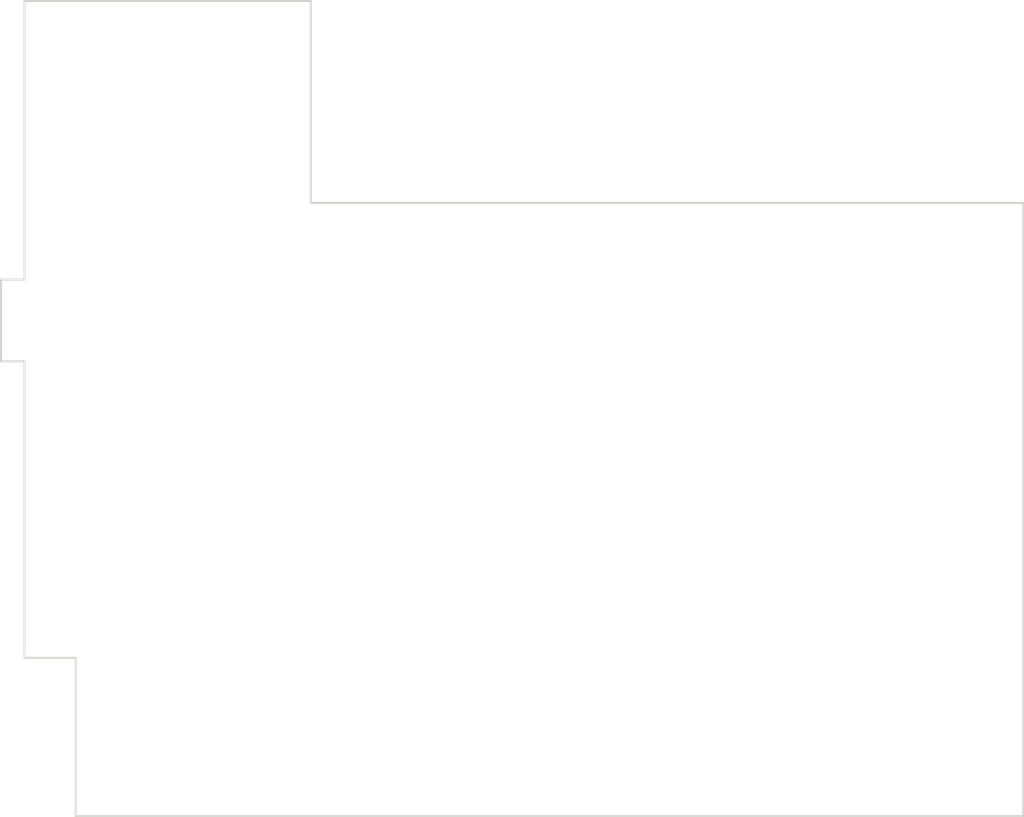
<source format=kicad_pcb>
(kicad_pcb (version 20171130) (host pcbnew "(5.0.0-rc2-109-g0e3be5776)")

  (general
    (thickness 1.6)
    (drawings 12)
    (tracks 0)
    (zones 0)
    (modules 0)
    (nets 1)
  )

  (page A)
  (layers
    (0 F.Cu signal)
    (31 B.Cu signal)
    (32 B.Adhes user)
    (33 F.Adhes user)
    (34 B.Paste user)
    (35 F.Paste user)
    (36 B.SilkS user)
    (37 F.SilkS user)
    (38 B.Mask user)
    (39 F.Mask user)
    (40 Dwgs.User user)
    (41 Cmts.User user)
    (42 Eco1.User user)
    (43 Eco2.User user)
    (44 Edge.Cuts user)
    (45 Margin user)
    (46 B.CrtYd user)
    (47 F.CrtYd user)
    (48 B.Fab user)
    (49 F.Fab user)
  )

  (setup
    (last_trace_width 0.25)
    (trace_clearance 0.2)
    (zone_clearance 0.508)
    (zone_45_only no)
    (trace_min 0.2)
    (segment_width 0.2)
    (edge_width 0.15)
    (via_size 0.8)
    (via_drill 0.4)
    (via_min_size 0.4)
    (via_min_drill 0.3)
    (uvia_size 0.3)
    (uvia_drill 0.1)
    (uvias_allowed no)
    (uvia_min_size 0.2)
    (uvia_min_drill 0.1)
    (pcb_text_width 0.3)
    (pcb_text_size 1.5 1.5)
    (mod_edge_width 0.15)
    (mod_text_size 1 1)
    (mod_text_width 0.15)
    (pad_size 1.524 1.524)
    (pad_drill 0.762)
    (pad_to_mask_clearance 0.2)
    (aux_axis_origin 0 0)
    (visible_elements FFFFFF7F)
    (pcbplotparams
      (layerselection 0x010fc_ffffffff)
      (usegerberextensions false)
      (usegerberattributes false)
      (usegerberadvancedattributes false)
      (creategerberjobfile false)
      (excludeedgelayer true)
      (linewidth 0.100000)
      (plotframeref false)
      (viasonmask false)
      (mode 1)
      (useauxorigin false)
      (hpglpennumber 1)
      (hpglpenspeed 20)
      (hpglpendiameter 15.000000)
      (psnegative false)
      (psa4output false)
      (plotreference true)
      (plotvalue true)
      (plotinvisibletext false)
      (padsonsilk false)
      (subtractmaskfromsilk false)
      (outputformat 1)
      (mirror false)
      (drillshape 1)
      (scaleselection 1)
      (outputdirectory ""))
  )

  (net 0 "")

  (net_class Default "This is the default net class."
    (clearance 0.2)
    (trace_width 0.25)
    (via_dia 0.8)
    (via_drill 0.4)
    (uvia_dia 0.3)
    (uvia_drill 0.1)
  )

  (gr_line (start 82.8 127.5) (end 175.5 127.5) (layer Edge.Cuts) (width 0.2))
  (gr_line (start 82.8 112) (end 82.8 127.5) (layer Edge.Cuts) (width 0.2))
  (gr_line (start 77.8 112) (end 82.8 112) (layer Edge.Cuts) (width 0.2))
  (gr_line (start 77.8 83) (end 77.8 112) (layer Edge.Cuts) (width 0.2))
  (gr_line (start 75.5 83) (end 77.8 83) (layer Edge.Cuts) (width 0.2))
  (gr_line (start 75.5 75) (end 75.5 83) (layer Edge.Cuts) (width 0.2))
  (gr_line (start 77.8 75) (end 75.5 75) (layer Edge.Cuts) (width 0.2))
  (gr_line (start 77.8 47.75) (end 77.8 75) (layer Edge.Cuts) (width 0.2))
  (gr_line (start 105.8 47.75) (end 77.8 47.75) (layer Edge.Cuts) (width 0.2))
  (gr_line (start 105.8 67.5) (end 105.8 47.75) (layer Edge.Cuts) (width 0.2))
  (gr_line (start 175.5 67.5) (end 105.8 67.5) (layer Edge.Cuts) (width 0.2))
  (gr_line (start 175.5 127.5) (end 175.5 67.5) (layer Edge.Cuts) (width 0.2))

)

</source>
